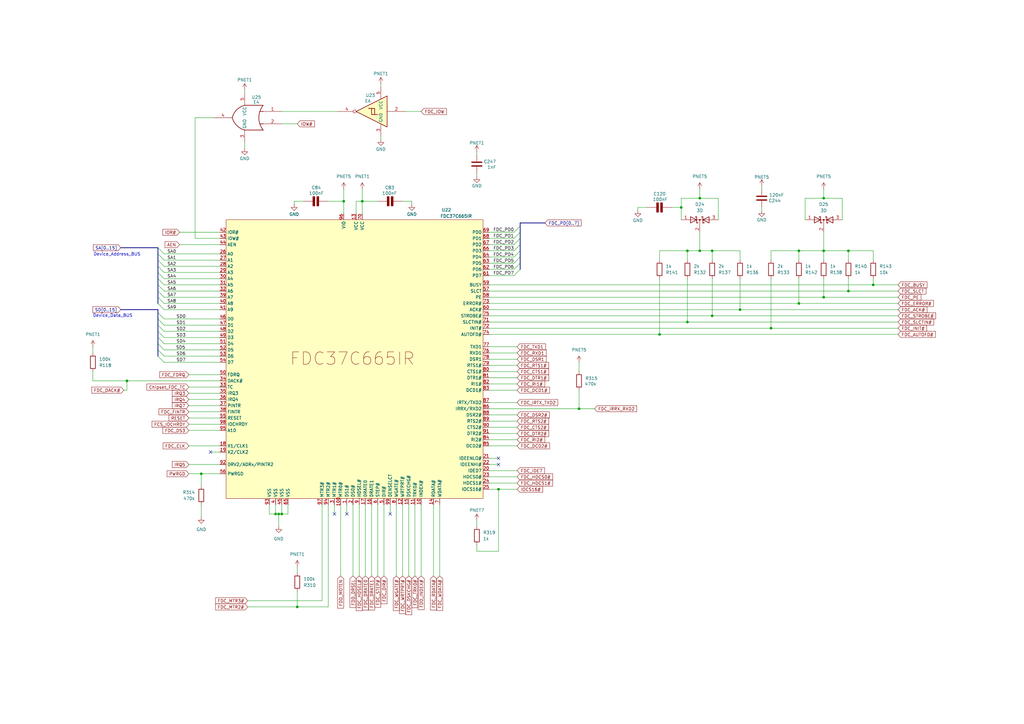
<source format=kicad_sch>
(kicad_sch (version 20250114) (generator "eeschema") (generator_version "9.0")
  (paper "A3")
  (title_block (title "PC110") (company "Recreated by: Ahmad Byagowi"))
  (lib_symbols
    (symbol "74xGxx:74AHC1G14"
      (property "Reference" "U" (at 0 3.81 0))
      (property "Value" "74AHC1G14" (at 0 -3.81 0))
      (symbol "74AHC1G14_0_1"
        (polyline (pts (xy -7.62 6.35) (xy -7.62 -6.35) (xy 5.08 0) (xy -7.62 6.35)) (stroke (width 0.254)) (fill (type background)))
      )
      (symbol "74AHC1G14_1_1"
        (polyline (pts (xy -3.81 -1.27) (xy -1.27 -1.27) (xy -1.27 1.27)) (stroke (width 0.254)))
        (polyline (pts (xy -2.54 -1.27) (xy -2.54 1.27) (xy 0 1.27)) (stroke (width 0.254)))
        (pin input line (at -15.24 0 0) (length 7.62) (name "~") (number "2"))
        (pin no_connect line (at -7.62 5.08 180) (length 5.08) (hide yes) (name "NC") (number "1"))
        (pin power_in line (at -5.08 10.16 270) (length 5.08) (name "VCC") (number "5"))
        (pin power_in line (at -5.08 -10.16 90) (length 5.08) (name "GND") (number "3"))
        (pin output inverted (at 12.7 0 180) (length 7.62) (name "~") (number "4"))
      )
    )
    (symbol "74xGxx:74AHC1G32"
      (property "Reference" "U" (at -2.54 3.81 0))
      (property "Value" "74AHC1G32" (at 0 -3.81 0))
      (symbol "74AHC1G32_0_1"
        (arc (start -7.62 5.08) (mid -5.838 0) (end -7.62 -5.08) (stroke (width 0.254)))
        (polyline (pts (xy -7.62 2.54) (xy -6.35 2.54)) (stroke (width 0.254)) (fill (type background)))
        (polyline (pts (xy -7.62 -2.54) (xy -6.35 -2.54)) (stroke (width 0.254)) (fill (type background)))
        (arc (start 5.08 0) (mid 3.202 -3.202) (end 0 -5.08) (stroke (width 0.254)))
        (arc (start 0 5.08) (mid 3.2271 3.2271) (end 5.08 0) (stroke (width 0.254)))
        (polyline (pts (xy 0 5.08) (xy -7.62 5.08)) (stroke (width 0.254)) (fill (type background)))
        (polyline (pts (xy 0 -5.08) (xy -7.62 -5.08)) (stroke (width 0.254)) (fill (type background)))
      )
      (symbol "74AHC1G32_1_1"
        (pin input line (at -15.24 2.54 0) (length 7.62) (name "~") (number "1"))
        (pin input line (at -15.24 -2.54 0) (length 7.62) (name "~") (number "2"))
        (pin power_in line (at 0 10.16 270) (length 5.08) (name "VCC") (number "5"))
        (pin power_in line (at 0 -10.16 90) (length 5.08) (name "GND") (number "3"))
        (pin output line (at 12.7 0 180) (length 7.62) (name "~") (number "4"))
      )
    )
    (symbol "Device:C" (pin_numbers (hide yes)) (pin_names (offset 0.254))
      (property "Reference" "C" (at 0.635 2.54 0))
      (property "Value" "C" (at 0.635 -2.54 0))
      (symbol "C_0_1"
        (polyline (pts (xy -2.032 0.762) (xy 2.032 0.762)) (stroke (width 0.508)))
        (polyline (pts (xy -2.032 -0.762) (xy 2.032 -0.762)) (stroke (width 0.508)))
      )
      (symbol "C_1_1"
        (pin passive line (at 0 3.81 270) (length 2.794) (name "~") (number "1"))
        (pin passive line (at 0 -3.81 90) (length 2.794) (name "~") (number "2"))
      )
    )
    (symbol "Device:D_Schottky_Dual_CommonCathode_AKA" (pin_names (offset 0.762) (hide yes))
      (property "Reference" "D" (at 1.27 -2.54 0))
      (property "Value" "D_Schottky_Dual_CommonCathode_AKA" (at 0 2.54 0))
      (symbol "D_Schottky_Dual_CommonCathode_AKA_0_1"
        (polyline (pts (xy -3.81 1.27) (xy -1.27 0) (xy -3.81 -1.27) (xy -3.81 1.27) (xy -3.81 1.27) (xy -3.81 1.27)) (stroke (width 0.254)))
        (polyline (pts (xy -1.778 1.016) (xy -1.778 1.27) (xy -1.27 1.27) (xy -1.27 1.27) (xy -1.27 1.27)) (stroke (width 0.254)))
        (polyline (pts (xy -1.27 -1.27) (xy -1.27 1.27) (xy -1.27 1.27)) (stroke (width 0.254)))
        (polyline (pts (xy -1.27 -1.27) (xy -0.762 -1.27) (xy -0.762 -1.016) (xy -0.762 -1.016)) (stroke (width 0.254)))
        (polyline (pts (xy 0 0) (xy 0 -2.54)))
        (circle (center 0 0) (radius 0.254) (fill (type outline)))
        (polyline (pts (xy 1.27 1.27) (xy 0.762 1.27) (xy 0.762 1.016) (xy 0.762 1.016)) (stroke (width 0.254)))
        (polyline (pts (xy 1.27 -1.27) (xy 1.27 1.27) (xy 1.27 1.27)) (stroke (width 0.254)))
        (polyline (pts (xy 1.27 -1.27) (xy 1.778 -1.27) (xy 1.778 -1.016) (xy 1.778 -1.016)) (stroke (width 0.254)))
        (polyline (pts (xy 3.81 0) (xy -3.81 0)))
        (polyline (pts (xy 3.81 -1.27) (xy 1.27 0) (xy 3.81 1.27) (xy 3.81 -1.27) (xy 3.81 -1.27) (xy 3.81 -1.27)) (stroke (width 0.254)))
        (pin passive line (at -7.62 0 0) (length 3.81) (name "A") (number "1"))
        (pin passive line (at 0 -5.08 90) (length 2.54) (name "K") (number "2"))
        (pin passive line (at 7.62 0 180) (length 3.81) (name "A") (number "3"))
      )
    )
    (symbol "Device:R" (pin_numbers (hide yes)) (pin_names (offset 0))
      (property "Reference" "R" (at 2.032 0 90))
      (property "Value" "R" (at 0 0 90))
      (symbol "R_0_1"
        (rectangle (start -1.016 -2.54) (end 1.016 2.54) (stroke (width 0.254)))
      )
      (symbol "R_1_1"
        (pin passive line (at 0 3.81 270) (length 1.27) (name "~") (number "1"))
        (pin passive line (at 0 -3.81 90) (length 1.27) (name "~") (number "2"))
      )
    )
    (symbol "PC110:FDC37C665IR"
      (property "Reference" "U" (at 10.414 -54.864 0))
      (symbol "FDC37C665IR_1_1"
        (rectangle (start -52.07 57.15) (end 53.34 -57.15) (fill (type color) (color 255 255 194 1)))
        (text "FDC37C665IR" (at -0.254 0.254 0) (effects (font (size 5.08 5.08))))
        (pin input line (at -54.61 52.07 0) (length 2.54) (name "IOR#") (number "42"))
        (pin input line (at -54.61 49.53 0) (length 2.54) (name "IOW#") (number "43"))
        (pin input line (at -54.61 46.99 0) (length 2.54) (name "AEN") (number "44"))
        (pin input line (at -54.61 43.18 0) (length 2.54) (name "A0") (number "26"))
        (pin input line (at -54.61 40.64 0) (length 2.54) (name "A1") (number "27"))
        (pin input line (at -54.61 38.1 0) (length 2.54) (name "A2") (number "28"))
        (pin input line (at -54.61 35.56 0) (length 2.54) (name "A3") (number "29"))
        (pin input line (at -54.61 33.02 0) (length 2.54) (name "A4") (number "30"))
        (pin input line (at -54.61 30.48 0) (length 2.54) (name "A5") (number "31"))
        (pin input line (at -54.61 27.94 0) (length 2.54) (name "A6") (number "32"))
        (pin input line (at -54.61 25.4 0) (length 2.54) (name "A7") (number "39"))
        (pin input line (at -54.61 22.86 0) (length 2.54) (name "A8") (number "40"))
        (pin input line (at -54.61 20.32 0) (length 2.54) (name "A9") (number "41"))
        (pin bidirectional line (at -54.61 16.51 0) (length 2.54) (name "D0") (number "46"))
        (pin bidirectional line (at -54.61 13.97 0) (length 2.54) (name "D1") (number "47"))
        (pin bidirectional line (at -54.61 11.43 0) (length 2.54) (name "D2") (number "48"))
        (pin bidirectional line (at -54.61 8.89 0) (length 2.54) (name "D3") (number "49"))
        (pin bidirectional line (at -54.61 6.35 0) (length 2.54) (name "D4") (number "51"))
        (pin bidirectional line (at -54.61 3.81 0) (length 2.54) (name "D5") (number "52"))
        (pin bidirectional line (at -54.61 1.27 0) (length 2.54) (name "D6") (number "53"))
        (pin bidirectional line (at -54.61 -1.27 0) (length 2.54) (name "D7") (number "54"))
        (pin output line (at -54.61 -6.35 0) (length 2.54) (name "FDRQ") (number "50"))
        (pin input line (at -54.61 -8.89 0) (length 2.54) (name "DACK#") (number "34"))
        (pin input line (at -54.61 -11.43 0) (length 2.54) (name "TC") (number "33"))
        (pin input line (at -54.61 -13.97 0) (length 2.54) (name "IRQ3") (number "35"))
        (pin input line (at -54.61 -16.51 0) (length 2.54) (name "IRQ4") (number "36"))
        (pin input line (at -54.61 -19.05 0) (length 2.54) (name "PINTR") (number "37"))
        (pin output line (at -54.61 -21.59 0) (length 2.54) (name "FINTR") (number "38"))
        (pin input line (at -54.61 -24.13 0) (length 2.54) (name "RESET") (number "55"))
        (pin input line (at -54.61 -26.67 0) (length 2.54) (name "IOCHRDY") (number "98"))
        (pin input line (at -54.61 -29.21 0) (length 2.54) (name "A10") (number "95"))
        (pin input line (at -54.61 -35.56 0) (length 2.54) (name "X1/CLK1") (number "18"))
        (pin output line (at -54.61 -38.1 0) (length 2.54) (name "X2/CLK2") (number "19"))
        (pin bidirectional line (at -54.61 -43.18 0) (length 2.54) (name "DRV2/ADRx/PINTR2") (number "92"))
        (pin input line (at -54.61 -46.99 0) (length 2.54) (name "PWRGD") (number "56"))
        (pin power_in line (at -34.29 -59.69 90) (length 2.54) (name "VSS") (number "93"))
        (pin power_in line (at -31.75 -59.69 90) (length 2.54) (name "VSS") (number "4"))
        (pin power_in line (at -29.21 -59.69 90) (length 2.54) (name "VSS") (number "45"))
        (pin power_in line (at -26.67 -59.69 90) (length 2.54) (name "VSS") (number "65"))
        (pin output line (at -12.7 -59.69 90) (length 2.54) (name "MTR3#") (number "97"))
        (pin output line (at -10.16 -59.69 90) (length 2.54) (name "MTR2#") (number "94"))
        (pin output line (at -7.62 -59.69 90) (length 2.54) (name "MTR1#") (number "3"))
        (pin output line (at -5.08 -59.69 90) (length 2.54) (name "MTR0#") (number "100"))
        (pin power_in line (at -3.81 59.69 270) (length 2.54) (name "VIO") (number "96"))
        (pin output line (at -2.54 -59.69 90) (length 2.54) (name "DS1#") (number "1"))
        (pin output line (at 0 -59.69 90) (length 2.54) (name "DS0#") (number "2"))
        (pin power_in line (at 1.27 59.69 270) (length 2.54) (name "VCC") (number "13"))
        (pin output line (at 2.54 -59.69 90) (length 2.54) (name "HDSEL#") (number "9"))
        (pin power_in line (at 3.81 59.69 270) (length 2.54) (name "VCC") (number "70"))
        (pin output line (at 5.08 -59.69 90) (length 2.54) (name "DRATE0") (number "17"))
        (pin output line (at 7.62 -59.69 90) (length 2.54) (name "DRATE1") (number "16"))
        (pin output line (at 10.16 -59.69 90) (length 2.54) (name "STEP#") (number "6"))
        (pin output line (at 12.7 -59.69 90) (length 2.54) (name "DIR#") (number "5"))
        (pin output line (at 15.24 -59.69 90) (length 2.54) (name "DENSELCT") (number "99"))
        (pin output line (at 17.78 -59.69 90) (length 2.54) (name "WGATE#") (number "8"))
        (pin input line (at 20.32 -59.69 90) (length 2.54) (name "WRTPRT#") (number "12"))
        (pin input line (at 22.86 -59.69 90) (length 2.54) (name "DSKCHG#") (number "15"))
        (pin input line (at 25.4 -59.69 90) (length 2.54) (name "TRK0#") (number "11"))
        (pin input line (at 27.94 -59.69 90) (length 2.54) (name "INDEX#") (number "10"))
        (pin input line (at 33.02 -59.69 90) (length 2.54) (name "RDATA#") (number "14"))
        (pin output line (at 35.56 -59.69 90) (length 2.54) (name "WDATA#") (number "7"))
        (pin bidirectional line (at 55.88 52.07 180) (length 2.54) (name "PD0") (number "69"))
        (pin bidirectional line (at 55.88 49.53 180) (length 2.54) (name "PD1") (number "68"))
        (pin bidirectional line (at 55.88 46.99 180) (length 2.54) (name "PD2") (number "67"))
        (pin bidirectional line (at 55.88 44.45 180) (length 2.54) (name "PD3") (number "66"))
        (pin bidirectional line (at 55.88 41.91 180) (length 2.54) (name "PD4") (number "64"))
        (pin bidirectional line (at 55.88 39.37 180) (length 2.54) (name "PD5") (number "63"))
        (pin bidirectional line (at 55.88 36.83 180) (length 2.54) (name "PD6") (number "62"))
        (pin bidirectional line (at 55.88 34.29 180) (length 2.54) (name "PD7") (number "61"))
        (pin input line (at 55.88 30.48 180) (length 2.54) (name "BUSY") (number "59"))
        (pin input line (at 55.88 27.94 180) (length 2.54) (name "SLCT") (number "57"))
        (pin input line (at 55.88 25.4 180) (length 2.54) (name "PE") (number "58"))
        (pin input line (at 55.88 22.86 180) (length 2.54) (name "ERROR#") (number "73"))
        (pin input line (at 55.88 20.32 180) (length 2.54) (name "ACK#") (number "60"))
        (pin output line (at 55.88 17.78 180) (length 2.54) (name "STROBE#") (number "75"))
        (pin output line (at 55.88 15.24 180) (length 2.54) (name "SLCTIN#") (number "71"))
        (pin output line (at 55.88 12.7 180) (length 2.54) (name "INIT#") (number "72"))
        (pin output line (at 55.88 10.16 180) (length 2.54) (name "AUTOFD#") (number "74"))
        (pin output line (at 55.88 5.08 180) (length 2.54) (name "TXD1") (number "77"))
        (pin input line (at 55.88 2.54 180) (length 2.54) (name "RXD1") (number "76"))
        (pin input line (at 55.88 0 180) (length 2.54) (name "DSR1") (number "78"))
        (pin output line (at 55.88 -2.54 180) (length 2.54) (name "RTS1#") (number "79"))
        (pin input line (at 55.88 -5.08 180) (length 2.54) (name "CTS1#") (number "80"))
        (pin output line (at 55.88 -7.62 180) (length 2.54) (name "DTR1#") (number "81"))
        (pin input line (at 55.88 -10.16 180) (length 2.54) (name "RI1#") (number "82"))
        (pin input line (at 55.88 -12.7 180) (length 2.54) (name "DCD1#") (number "83"))
        (pin output line (at 55.88 -17.78 180) (length 2.54) (name "IRTX/TXD2") (number "87"))
        (pin input line (at 55.88 -20.32 180) (length 2.54) (name "IRRX/RXD2") (number "86"))
        (pin input line (at 55.88 -22.86 180) (length 2.54) (name "DSR2#") (number "88"))
        (pin output line (at 55.88 -25.4 180) (length 2.54) (name "RTS2#") (number "89"))
        (pin input line (at 55.88 -27.94 180) (length 2.54) (name "CTS2#") (number "90"))
        (pin output line (at 55.88 -30.48 180) (length 2.54) (name "DTR2#") (number "91"))
        (pin input line (at 55.88 -33.02 180) (length 2.54) (name "RI2#") (number "84"))
        (pin input line (at 55.88 -35.56 180) (length 2.54) (name "DCD2#") (number "85"))
        (pin output line (at 55.88 -40.64 180) (length 2.54) (name "IDEENLO#") (number "21"))
        (pin output line (at 55.88 -43.18 180) (length 2.54) (name "IDEENHI#") (number "22"))
        (pin bidirectional line (at 55.88 -45.72 180) (length 2.54) (name "IDED7") (number "20"))
        (pin output line (at 55.88 -48.26 180) (length 2.54) (name "HDCS0#") (number "23"))
        (pin output line (at 55.88 -50.8 180) (length 2.54) (name "HDCS1#") (number "24"))
        (pin input line (at 55.88 -53.34 180) (length 2.54) (name "IOCS16#") (number "25"))
      )
    )
    (symbol "PCM_Elektuur:C" (pin_numbers (hide yes)) (pin_names (offset 0) (hide yes))
      (property "Reference" "C" (at 0.635 3.175 0))
      (property "Value" "C" (at 0.635 -3.175 0))
      (symbol "C_1_1"
        (rectangle (start -1.905 1.1938) (end 1.905 0.4318) (stroke (width 0.254)) (fill (type outline)))
        (rectangle (start -1.905 -0.4318) (end 1.905 -1.1938) (stroke (width 0.254)) (fill (type outline)))
        (pin passive line (at 0 5.08 270) (length 3.8862) (name "+") (number "1"))
        (pin passive line (at 0 -5.08 90) (length 3.8862) (name "-") (number "2"))
      )
      (symbol "C_1_2"
        (polyline (pts (xy -1.905 0.4318) (xy 1.905 0.4318) (xy 1.905 1.4986) (xy -1.905 1.4986) (xy -1.905 0.4318) (xy -1.8034 0.5334) (xy -1.8034 1.397) (xy 1.8034 1.397) (xy 1.8034 0.5334) (xy -1.8034 0.5334) (xy -1.905 0.4318)) (stroke (width 0.254)) (fill (type outline)))
        (polyline (pts (xy -1.905 -1.4986) (xy 1.905 -1.4986) (xy 1.905 -0.4318) (xy -1.905 -0.4318) (xy -1.905 -1.4986) (xy -1.8034 -1.397) (xy -1.8034 -0.5334) (xy 1.8034 -0.5334) (xy 1.8034 -1.397) (xy -1.8034 -1.397) (xy -1.905 -1.4986)) (stroke (width 0.254)) (fill (type outline)))
        (pin passive line (at 0 5.08 270) (length 3.5814) (name "+") (number "1"))
        (pin passive line (at 0 -5.08 90) (length 3.5814) (name "-") (number "2"))
      )
    )
    (symbol "power:GND" (power) (pin_numbers (hide yes)) (pin_names (offset 0) (hide yes))
      (property "Value" "GND" (at 0 -3.81 0))
      (symbol "GND_0_1"
        (polyline (pts (xy 0 0) (xy 0 -1.27) (xy 1.27 -1.27) (xy 0 -2.54) (xy -1.27 -1.27) (xy 0 -1.27)))
      )
      (symbol "GND_1_1"
        (pin power_in line (at 0 0 270) (length 0) (name "~") (number "1"))
      )
    )
    (symbol "power:VCC" (power) (pin_numbers (hide yes)) (pin_names (offset 0) (hide yes))
      (property "Value" "VCC" (at 0 3.556 0))
      (symbol "VCC_0_1"
        (polyline (pts (xy -0.762 1.27) (xy 0 2.54)))
        (polyline (pts (xy 0 2.54) (xy 0.762 1.27)))
        (polyline (pts (xy 0 0) (xy 0 2.54)))
      )
      (symbol "VCC_1_1"
        (pin power_in line (at 0 0 90) (length 0) (name "~") (number "1"))
      )
    )
  )
  (text "Device_Address_BUS" (at 48.006 104.394 0) (effects (font (size 1.27 1.27))))
  (text "Device_Data_BUS" (at 46.228 129.54 0) (effects (font (size 1.27 1.27))))
  (junction (at 115.57 210.82))
  (junction (at 327.66 102.87))
  (junction (at 347.98 102.87))
  (junction (at 281.94 132.08))
  (junction (at 316.23 134.62))
  (junction (at 287.02 81.28))
  (junction (at 82.55 194.31))
  (junction (at 204.47 200.66))
  (junction (at 292.1 129.54))
  (junction (at 292.1 102.87))
  (junction (at 337.82 121.92))
  (junction (at 327.66 124.46))
  (junction (at 114.3 210.82))
  (junction (at 237.49 167.64))
  (junction (at 148.59 82.55))
  (junction (at 337.82 102.87))
  (junction (at 52.07 156.21))
  (junction (at 287.02 102.87))
  (junction (at 121.92 248.92))
  (junction (at 113.03 210.82))
  (junction (at 303.53 127))
  (junction (at 140.97 82.55))
  (junction (at 281.94 102.87))
  (junction (at 279.4 85.09))
  (junction (at 337.82 81.28))
  (junction (at 347.98 119.38))
  (junction (at 358.14 116.84))
  (junction (at 270.51 137.16))
  (no_connect (at 86.36 185.42))
  (no_connect (at 204.47 190.5))
  (no_connect (at 142.24 210.82))
  (no_connect (at 137.16 210.82))
  (no_connect (at 204.47 187.96))
  (no_connect (at 160.02 210.82))
  (bus_entry (at 64.77 135.89) (size 2.54 2.54))
  (bus_entry (at 64.77 101.6) (size 2.54 2.54))
  (bus_entry (at 210.82 100.33) (size 2.54 -2.54))
  (bus_entry (at 64.77 124.46) (size 2.54 2.54))
  (bus_entry (at 64.77 106.68) (size 2.54 2.54))
  (bus_entry (at 64.77 140.97) (size 2.54 2.54))
  (bus_entry (at 64.77 116.84) (size 2.54 2.54))
  (bus_entry (at 210.82 95.25) (size 2.54 -2.54))
  (bus_entry (at 64.77 121.92) (size 2.54 2.54))
  (bus_entry (at 210.82 110.49) (size 2.54 -2.54))
  (bus_entry (at 210.82 105.41) (size 2.54 -2.54))
  (bus_entry (at 64.77 138.43) (size 2.54 2.54))
  (bus_entry (at 64.77 143.51) (size 2.54 2.54))
  (bus_entry (at 64.77 114.3) (size 2.54 2.54))
  (bus_entry (at 210.82 97.79) (size 2.54 -2.54))
  (bus_entry (at 64.77 133.35) (size 2.54 2.54))
  (bus_entry (at 64.77 104.14) (size 2.54 2.54))
  (bus_entry (at 64.77 146.05) (size 2.54 2.54))
  (bus_entry (at 64.77 119.38) (size 2.54 2.54))
  (bus_entry (at 64.77 109.22) (size 2.54 2.54))
  (bus_entry (at 210.82 113.03) (size 2.54 -2.54))
  (bus_entry (at 64.77 130.81) (size 2.54 2.54))
  (bus_entry (at 210.82 107.95) (size 2.54 -2.54))
  (bus_entry (at 210.82 102.87) (size 2.54 -2.54))
  (bus_entry (at 64.77 111.76) (size 2.54 2.54))
  (bus_entry (at 64.77 128.27) (size 2.54 2.54))
  (wire (pts (xy 237.49 160.02) (xy 237.49 167.64)))
  (wire (pts (xy 200.66 177.8) (xy 212.09 177.8)))
  (bus (pts (xy 64.77 135.89) (xy 64.77 138.43)))
  (wire (pts (xy 200.66 116.84) (xy 358.14 116.84)))
  (wire (pts (xy 100.33 60.96) (xy 100.33 58.42)))
  (wire (pts (xy 200.66 180.34) (xy 212.09 180.34)))
  (wire (pts (xy 358.14 102.87) (xy 358.14 106.68)))
  (wire (pts (xy 200.66 193.04) (xy 212.09 193.04)))
  (bus (pts (xy 64.77 128.27) (xy 64.77 130.81)))
  (wire (pts (xy 200.66 198.12) (xy 212.09 198.12)))
  (bus (pts (xy 64.77 114.3) (xy 64.77 111.76)))
  (bus (pts (xy 64.77 124.46) (xy 64.77 121.92)))
  (wire (pts (xy 168.91 83.82) (xy 168.91 82.55)))
  (wire (pts (xy 200.66 154.94) (xy 212.09 154.94)))
  (wire (pts (xy 77.47 161.29) (xy 90.17 161.29)))
  (wire (pts (xy 200.66 190.5) (xy 204.47 190.5)))
  (wire (pts (xy 121.92 242.57) (xy 121.92 248.92)))
  (wire (pts (xy 67.31 106.68) (xy 90.17 106.68)))
  (wire (pts (xy 67.31 109.22) (xy 90.17 109.22)))
  (wire (pts (xy 294.64 81.28) (xy 287.02 81.28)))
  (wire (pts (xy 67.31 138.43) (xy 90.17 138.43)))
  (wire (pts (xy 330.2 81.28) (xy 330.2 90.17)))
  (wire (pts (xy 77.47 190.5) (xy 90.17 190.5)))
  (bus (pts (xy 64.77 111.76) (xy 64.77 109.22)))
  (wire (pts (xy 147.32 207.01) (xy 147.32 236.22)))
  (wire (pts (xy 67.31 114.3) (xy 90.17 114.3)))
  (bus (pts (xy 64.77 121.92) (xy 64.77 119.38)))
  (bus (pts (xy 64.77 138.43) (xy 64.77 140.97)))
  (wire (pts (xy 110.49 210.82) (xy 110.49 207.01)))
  (wire (pts (xy 287.02 95.25) (xy 287.02 102.87)))
  (wire (pts (xy 67.31 130.81) (xy 90.17 130.81)))
  (wire (pts (xy 337.82 121.92) (xy 368.3 121.92)))
  (wire (pts (xy 200.66 175.26) (xy 212.09 175.26)))
  (wire (pts (xy 114.3 210.82) (xy 114.3 215.9)))
  (wire (pts (xy 77.47 173.99) (xy 90.17 173.99)))
  (wire (pts (xy 77.47 171.45) (xy 90.17 171.45)))
  (bus (pts (xy 64.77 140.97) (xy 64.77 143.51)))
  (wire (pts (xy 200.66 142.24) (xy 212.09 142.24)))
  (wire (pts (xy 337.82 81.28) (xy 330.2 81.28)))
  (wire (pts (xy 303.53 114.3) (xy 303.53 127)))
  (wire (pts (xy 261.62 86.36) (xy 261.62 85.09)))
  (wire (pts (xy 118.11 210.82) (xy 115.57 210.82)))
  (wire (pts (xy 132.08 207.01) (xy 132.08 246.38)))
  (wire (pts (xy 200.66 100.33) (xy 210.82 100.33)))
  (wire (pts (xy 67.31 124.46) (xy 90.17 124.46)))
  (wire (pts (xy 279.4 85.09) (xy 279.4 90.17)))
  (wire (pts (xy 167.64 207.01) (xy 167.64 236.22)))
  (wire (pts (xy 237.49 167.64) (xy 243.84 167.64)))
  (wire (pts (xy 316.23 102.87) (xy 327.66 102.87)))
  (wire (pts (xy 200.66 147.32) (xy 212.09 147.32)))
  (wire (pts (xy 292.1 114.3) (xy 292.1 129.54)))
  (wire (pts (xy 120.65 83.82) (xy 120.65 82.55)))
  (wire (pts (xy 337.82 77.47) (xy 337.82 81.28)))
  (wire (pts (xy 148.59 77.47) (xy 148.59 82.55)))
  (wire (pts (xy 67.31 116.84) (xy 90.17 116.84)))
  (wire (pts (xy 115.57 50.8) (xy 121.92 50.8)))
  (wire (pts (xy 347.98 114.3) (xy 347.98 119.38)))
  (wire (pts (xy 345.44 90.17) (xy 345.44 81.28)))
  (bus (pts (xy 213.36 102.87) (xy 213.36 100.33)))
  (wire (pts (xy 77.47 194.31) (xy 82.55 194.31)))
  (wire (pts (xy 261.62 85.09) (xy 265.43 85.09)))
  (wire (pts (xy 67.31 143.51) (xy 90.17 143.51)))
  (wire (pts (xy 337.82 102.87) (xy 347.98 102.87)))
  (wire (pts (xy 200.66 167.64) (xy 237.49 167.64)))
  (wire (pts (xy 140.97 77.47) (xy 140.97 82.55)))
  (bus (pts (xy 213.36 92.71) (xy 213.36 91.44)))
  (wire (pts (xy 281.94 114.3) (xy 281.94 132.08)))
  (wire (pts (xy 142.24 207.01) (xy 142.24 210.82)))
  (wire (pts (xy 67.31 104.14) (xy 90.17 104.14)))
  (wire (pts (xy 200.66 172.72) (xy 212.09 172.72)))
  (wire (pts (xy 166.37 45.72) (xy 172.72 45.72)))
  (wire (pts (xy 347.98 119.38) (xy 368.3 119.38)))
  (wire (pts (xy 200.66 97.79) (xy 210.82 97.79)))
  (bus (pts (xy 64.77 109.22) (xy 64.77 106.68)))
  (wire (pts (xy 200.66 134.62) (xy 316.23 134.62)))
  (wire (pts (xy 200.66 124.46) (xy 327.66 124.46)))
  (wire (pts (xy 358.14 114.3) (xy 358.14 116.84)))
  (wire (pts (xy 287.02 81.28) (xy 279.4 81.28)))
  (wire (pts (xy 101.6 246.38) (xy 132.08 246.38)))
  (bus (pts (xy 213.36 91.44) (xy 223.52 91.44)))
  (wire (pts (xy 327.66 102.87) (xy 327.66 106.68)))
  (wire (pts (xy 38.1 142.24) (xy 38.1 144.78)))
  (wire (pts (xy 270.51 102.87) (xy 281.94 102.87)))
  (wire (pts (xy 200.66 129.54) (xy 292.1 129.54)))
  (bus (pts (xy 64.77 127) (xy 64.77 128.27)))
  (wire (pts (xy 134.62 207.01) (xy 134.62 248.92)))
  (wire (pts (xy 281.94 102.87) (xy 281.94 106.68)))
  (wire (pts (xy 67.31 121.92) (xy 90.17 121.92)))
  (wire (pts (xy 77.47 163.83) (xy 90.17 163.83)))
  (wire (pts (xy 200.66 170.18) (xy 212.09 170.18)))
  (wire (pts (xy 200.66 95.25) (xy 210.82 95.25)))
  (wire (pts (xy 156.21 57.15) (xy 156.21 55.88)))
  (wire (pts (xy 50.8 160.02) (xy 52.07 160.02)))
  (wire (pts (xy 38.1 156.21) (xy 52.07 156.21)))
  (wire (pts (xy 195.58 62.23) (xy 195.58 63.5)))
  (wire (pts (xy 67.31 135.89) (xy 90.17 135.89)))
  (wire (pts (xy 67.31 140.97) (xy 90.17 140.97)))
  (wire (pts (xy 67.31 146.05) (xy 90.17 146.05)))
  (bus (pts (xy 64.77 143.51) (xy 64.77 146.05)))
  (wire (pts (xy 149.86 207.01) (xy 149.86 236.22)))
  (bus (pts (xy 64.77 130.81) (xy 64.77 133.35)))
  (wire (pts (xy 316.23 106.68) (xy 316.23 102.87)))
  (wire (pts (xy 156.21 34.29) (xy 156.21 35.56)))
  (wire (pts (xy 200.66 110.49) (xy 210.82 110.49)))
  (bus (pts (xy 213.36 107.95) (xy 213.36 105.41)))
  (wire (pts (xy 270.51 106.68) (xy 270.51 102.87)))
  (wire (pts (xy 115.57 210.82) (xy 114.3 210.82)))
  (wire (pts (xy 200.66 127) (xy 303.53 127)))
  (wire (pts (xy 237.49 148.59) (xy 237.49 152.4)))
  (wire (pts (xy 82.55 194.31) (xy 82.55 199.39)))
  (bus (pts (xy 64.77 116.84) (xy 64.77 114.3)))
  (wire (pts (xy 345.44 81.28) (xy 337.82 81.28)))
  (wire (pts (xy 118.11 207.01) (xy 118.11 210.82)))
  (wire (pts (xy 200.66 152.4) (xy 212.09 152.4)))
  (wire (pts (xy 270.51 114.3) (xy 270.51 137.16)))
  (wire (pts (xy 195.58 72.39) (xy 195.58 71.12)))
  (wire (pts (xy 140.97 82.55) (xy 140.97 87.63)))
  (wire (pts (xy 67.31 127) (xy 90.17 127)))
  (wire (pts (xy 200.66 200.66) (xy 204.47 200.66)))
  (wire (pts (xy 200.66 132.08) (xy 281.94 132.08)))
  (wire (pts (xy 77.47 158.75) (xy 90.17 158.75)))
  (wire (pts (xy 200.66 102.87) (xy 210.82 102.87)))
  (wire (pts (xy 38.1 152.4) (xy 38.1 156.21)))
  (wire (pts (xy 160.02 207.01) (xy 160.02 210.82)))
  (wire (pts (xy 327.66 124.46) (xy 368.3 124.46)))
  (wire (pts (xy 200.66 137.16) (xy 270.51 137.16)))
  (wire (pts (xy 73.66 95.25) (xy 90.17 95.25)))
  (wire (pts (xy 204.47 200.66) (xy 212.09 200.66)))
  (wire (pts (xy 82.55 212.09) (xy 82.55 207.01)))
  (wire (pts (xy 148.59 82.55) (xy 154.94 82.55)))
  (wire (pts (xy 337.82 114.3) (xy 337.82 121.92)))
  (wire (pts (xy 200.66 121.92) (xy 337.82 121.92)))
  (wire (pts (xy 200.66 195.58) (xy 212.09 195.58)))
  (wire (pts (xy 80.01 48.26) (xy 87.63 48.26)))
  (wire (pts (xy 200.66 105.41) (xy 210.82 105.41)))
  (wire (pts (xy 77.47 153.67) (xy 90.17 153.67)))
  (wire (pts (xy 80.01 97.79) (xy 90.17 97.79)))
  (wire (pts (xy 281.94 132.08) (xy 368.3 132.08)))
  (bus (pts (xy 64.77 133.35) (xy 64.77 135.89)))
  (wire (pts (xy 120.65 82.55) (xy 124.46 82.55)))
  (wire (pts (xy 347.98 102.87) (xy 347.98 106.68)))
  (wire (pts (xy 77.47 166.37) (xy 90.17 166.37)))
  (wire (pts (xy 101.6 248.92) (xy 121.92 248.92)))
  (bus (pts (xy 213.36 110.49) (xy 213.36 107.95)))
  (wire (pts (xy 86.36 185.42) (xy 90.17 185.42)))
  (wire (pts (xy 316.23 114.3) (xy 316.23 134.62)))
  (bus (pts (xy 213.36 105.41) (xy 213.36 102.87)))
  (wire (pts (xy 316.23 134.62) (xy 368.3 134.62)))
  (wire (pts (xy 292.1 102.87) (xy 292.1 106.68)))
  (bus (pts (xy 213.36 95.25) (xy 213.36 92.71)))
  (wire (pts (xy 200.66 182.88) (xy 212.09 182.88)))
  (wire (pts (xy 200.66 107.95) (xy 210.82 107.95)))
  (bus (pts (xy 64.77 104.14) (xy 64.77 101.6)))
  (bus (pts (xy 213.36 97.79) (xy 213.36 95.25)))
  (wire (pts (xy 152.4 207.01) (xy 152.4 236.22)))
  (wire (pts (xy 327.66 102.87) (xy 337.82 102.87)))
  (wire (pts (xy 115.57 45.72) (xy 138.43 45.72)))
  (wire (pts (xy 162.56 207.01) (xy 162.56 236.22)))
  (wire (pts (xy 172.72 207.01) (xy 172.72 236.22)))
  (wire (pts (xy 347.98 102.87) (xy 358.14 102.87)))
  (wire (pts (xy 200.66 160.02) (xy 212.09 160.02)))
  (wire (pts (xy 281.94 102.87) (xy 287.02 102.87)))
  (wire (pts (xy 292.1 102.87) (xy 303.53 102.87)))
  (wire (pts (xy 73.66 100.33) (xy 90.17 100.33)))
  (wire (pts (xy 67.31 133.35) (xy 90.17 133.35)))
  (wire (pts (xy 80.01 48.26) (xy 80.01 97.79)))
  (bus (pts (xy 213.36 100.33) (xy 213.36 97.79)))
  (wire (pts (xy 170.18 207.01) (xy 170.18 236.22)))
  (wire (pts (xy 121.92 232.41) (xy 121.92 234.95)))
  (wire (pts (xy 137.16 207.01) (xy 137.16 210.82)))
  (wire (pts (xy 200.66 157.48) (xy 212.09 157.48)))
  (wire (pts (xy 287.02 102.87) (xy 292.1 102.87)))
  (wire (pts (xy 195.58 226.06) (xy 204.47 226.06)))
  (wire (pts (xy 67.31 148.59) (xy 90.17 148.59)))
  (wire (pts (xy 337.82 102.87) (xy 337.82 106.68)))
  (wire (pts (xy 114.3 210.82) (xy 113.03 210.82)))
  (wire (pts (xy 312.42 86.36) (xy 312.42 85.09)))
  (wire (pts (xy 52.07 156.21) (xy 90.17 156.21)))
  (wire (pts (xy 195.58 223.52) (xy 195.58 226.06)))
  (bus (pts (xy 49.53 101.6) (xy 64.77 101.6)))
  (wire (pts (xy 77.47 176.53) (xy 90.17 176.53)))
  (wire (pts (xy 270.51 137.16) (xy 368.3 137.16)))
  (wire (pts (xy 200.66 165.1) (xy 212.09 165.1)))
  (wire (pts (xy 157.48 207.01) (xy 157.48 236.22)))
  (wire (pts (xy 134.62 82.55) (xy 140.97 82.55)))
  (wire (pts (xy 294.64 90.17) (xy 294.64 81.28)))
  (wire (pts (xy 144.78 207.01) (xy 144.78 236.22)))
  (wire (pts (xy 146.05 82.55) (xy 148.59 82.55)))
  (wire (pts (xy 52.07 160.02) (xy 52.07 156.21)))
  (wire (pts (xy 146.05 87.63) (xy 146.05 82.55)))
  (wire (pts (xy 67.31 119.38) (xy 90.17 119.38)))
  (wire (pts (xy 200.66 187.96) (xy 204.47 187.96)))
  (wire (pts (xy 148.59 82.55) (xy 148.59 87.63)))
  (wire (pts (xy 275.59 85.09) (xy 279.4 85.09)))
  (wire (pts (xy 292.1 129.54) (xy 368.3 129.54)))
  (wire (pts (xy 312.42 76.2) (xy 312.42 77.47)))
  (wire (pts (xy 139.7 207.01) (xy 139.7 236.22)))
  (wire (pts (xy 165.1 82.55) (xy 168.91 82.55)))
  (wire (pts (xy 77.47 168.91) (xy 90.17 168.91)))
  (wire (pts (xy 165.1 207.01) (xy 165.1 236.22)))
  (wire (pts (xy 113.03 210.82) (xy 110.49 210.82)))
  (wire (pts (xy 200.66 144.78) (xy 212.09 144.78)))
  (bus (pts (xy 64.77 119.38) (xy 64.77 116.84)))
  (wire (pts (xy 200.66 113.03) (xy 210.82 113.03)))
  (wire (pts (xy 100.33 36.83) (xy 100.33 38.1)))
  (bus (pts (xy 64.77 106.68) (xy 64.77 104.14)))
  (wire (pts (xy 154.94 207.01) (xy 154.94 236.22)))
  (wire (pts (xy 279.4 81.28) (xy 279.4 85.09)))
  (wire (pts (xy 180.34 207.01) (xy 180.34 236.22)))
  (wire (pts (xy 204.47 226.06) (xy 204.47 200.66)))
  (wire (pts (xy 121.92 248.92) (xy 134.62 248.92)))
  (wire (pts (xy 337.82 95.25) (xy 337.82 102.87)))
  (wire (pts (xy 177.8 207.01) (xy 177.8 236.22)))
  (wire (pts (xy 200.66 119.38) (xy 347.98 119.38)))
  (wire (pts (xy 82.55 194.31) (xy 90.17 194.31)))
  (wire (pts (xy 195.58 213.36) (xy 195.58 215.9)))
  (wire (pts (xy 303.53 102.87) (xy 303.53 106.68)))
  (wire (pts (xy 115.57 207.01) (xy 115.57 210.82)))
  (wire (pts (xy 358.14 116.84) (xy 368.3 116.84)))
  (wire (pts (xy 200.66 149.86) (xy 212.09 149.86)))
  (bus (pts (xy 49.53 127) (xy 64.77 127)))
  (wire (pts (xy 287.02 77.47) (xy 287.02 81.28)))
  (wire (pts (xy 303.53 127) (xy 368.3 127)))
  (wire (pts (xy 113.03 207.01) (xy 113.03 210.82)))
  (wire (pts (xy 67.31 111.76) (xy 90.17 111.76)))
  (wire (pts (xy 77.47 182.88) (xy 90.17 182.88)))
  (wire (pts (xy 327.66 114.3) (xy 327.66 124.46)))
  (label "FDC_PD1" (at 210.82 97.79 180))
  (label "SA8" (at 68.58 124.46 0))
  (label "SD2" (at 76.2 135.89 180))
  (label "SD0" (at 76.2 130.81 180))
  (label "SA4" (at 68.58 114.3 0))
  (label "FDC_PD4" (at 210.82 105.41 180))
  (label "FDC_PD6" (at 210.82 110.49 180))
  (label "SD7" (at 76.2 148.59 180))
  (label "SD4" (at 76.2 140.97 180))
  (label "FDC_PD3" (at 210.82 102.87 180))
  (label "SD5" (at 76.0351 143.51 180))
  (label "SD1" (at 76.2 133.35 180))
  (label "SD3" (at 76.2 138.43 180))
  (label "SA3" (at 68.58 111.76 0))
  (label "FDC_PD7" (at 210.82 113.03 180))
  (label "SA9" (at 68.58 127 0))
  (label "SA2" (at 68.58 109.22 0))
  (label "FDC_PD5" (at 210.82 107.95 180))
  (label "SD6" (at 76.2 146.05 180))
  (label "SA0" (at 68.58 104.14 0))
  (label "FDC_PD2" (at 210.82 100.33 180))
  (label "SA1" (at 68.58 106.68 0))
  (label "SA7" (at 68.58 121.92 0))
  (label "SA5" (at 68.58 116.84 0))
  (label "FDC_PD0" (at 210.82 95.25 180))
  (label "SA6" (at 68.58 119.38 0))
  (global_label "FDC_WGATE#" (shape input) (at 162.56 236.22 270) (property "Intersheetrefs" "${INTERSHEET_REFS}" (effects (hide yes))))
  (global_label "FDC_DIR#" (shape input) (at 157.48 236.22 270) (property "Intersheetrefs" "${INTERSHEET_REFS}" (effects (hide yes))))
  (global_label "FDC_WDATA#" (shape input) (at 180.34 236.22 270) (property "Intersheetrefs" "${INTERSHEET_REFS}" (effects (hide yes))))
  (global_label "FDC_DS3" (shape input) (at 77.47 176.53 180) (property "Intersheetrefs" "${INTERSHEET_REFS}" (effects (hide yes))))
  (global_label "FDC_AUTOFD#" (shape input) (at 368.3 137.16 0) (property "Intersheetrefs" "${INTERSHEET_REFS}" (effects (hide yes))))
  (global_label "FDD_DRSEL" (shape input) (at 144.78 236.22 270) (property "Intersheetrefs" "${INTERSHEET_REFS}" (effects (hide yes))))
  (global_label "IOCS16#" (shape input) (at 212.09 200.66 0) (property "Intersheetrefs" "${INTERSHEET_REFS}" (effects (hide yes))))
  (global_label "FDC_STROBE#" (shape input) (at 368.3 129.54 0) (property "Intersheetrefs" "${INTERSHEET_REFS}" (effects (hide yes))))
  (global_label "FDC_WRTPRT#" (shape input) (at 165.1 236.22 270) (property "Intersheetrefs" "${INTERSHEET_REFS}" (effects (hide yes))))
  (global_label "FDC_RTS1#" (shape input) (at 212.09 149.86 0) (property "Intersheetrefs" "${INTERSHEET_REFS}" (effects (hide yes))))
  (global_label "FDC_TXD1" (shape input) (at 212.09 142.24 0) (property "Intersheetrefs" "${INTERSHEET_REFS}" (effects (hide yes))))
  (global_label "FDC_SLCT" (shape input) (at 368.3 119.38 0) (property "Intersheetrefs" "${INTERSHEET_REFS}" (effects (hide yes))))
  (global_label "SA[0..15]" (shape input) (at 49.53 101.6 180) (property "Intersheetrefs" "${INTERSHEET_REFS}" (effects (hide yes))))
  (global_label "FDC_IOW" (shape input) (at 172.72 45.72 0) (property "Intersheetrefs" "${INTERSHEET_REFS}" (effects (hide yes))))
  (global_label "IRQ4" (shape input) (at 77.47 163.83 180) (property "Intersheetrefs" "${INTERSHEET_REFS}" (effects (hide yes))))
  (global_label "RESET" (shape input) (at 77.47 171.45 180) (property "Intersheetrefs" "${INTERSHEET_REFS}" (effects (hide yes))))
  (global_label "IRQ7" (shape input) (at 77.47 166.37 180) (property "Intersheetrefs" "${INTERSHEET_REFS}" (effects (hide yes))))
  (global_label "FDD_MOTEN" (shape input) (at 139.7 236.22 270) (property "Intersheetrefs" "${INTERSHEET_REFS}" (effects (hide yes))))
  (global_label "FDC_DCD1#" (shape input) (at 212.09 160.02 0) (property "Intersheetrefs" "${INTERSHEET_REFS}" (effects (hide yes))))
  (global_label "FDC_MTR2#" (shape input) (at 101.6 248.92 180) (property "Intersheetrefs" "${INTERSHEET_REFS}" (effects (hide yes))))
  (global_label "IOR#" (shape input) (at 73.66 95.25 180) (property "Intersheetrefs" "${INTERSHEET_REFS}" (effects (hide yes))))
  (global_label "FDC_IRRX_RXD2" (shape input) (at 243.84 167.64 0) (property "Intersheetrefs" "${INTERSHEET_REFS}" (effects (hide yes))))
  (global_label "FDC_CTS2#" (shape input) (at 212.09 175.26 0) (property "Intersheetrefs" "${INTERSHEET_REFS}" (effects (hide yes))))
  (global_label "FDC_FDRQ" (shape input) (at 77.47 153.67 180) (property "Intersheetrefs" "${INTERSHEET_REFS}" (effects (hide yes))))
  (global_label "FDC_CTS1#" (shape input) (at 212.09 152.4 0) (property "Intersheetrefs" "${INTERSHEET_REFS}" (effects (hide yes))))
  (global_label "FDC_STEP#" (shape input) (at 154.94 236.22 270) (property "Intersheetrefs" "${INTERSHEET_REFS}" (effects (hide yes))))
  (global_label "FDC_RTS2#" (shape input) (at 212.09 172.72 0) (property "Intersheetrefs" "${INTERSHEET_REFS}" (effects (hide yes))))
  (global_label "FDC_PE" (shape input) (at 368.3 121.92 0) (property "Intersheetrefs" "${INTERSHEET_REFS}" (effects (hide yes))))
  (global_label "FDC_FINTR" (shape input) (at 77.47 168.91 180) (property "Intersheetrefs" "${INTERSHEET_REFS}" (effects (hide yes))))
  (global_label "SD[0..15]" (shape input) (at 49.53 127 180) (property "Intersheetrefs" "${INTERSHEET_REFS}" (effects (hide yes))))
  (global_label "FDC_DSKCHG#" (shape input) (at 167.64 236.22 270) (property "Intersheetrefs" "${INTERSHEET_REFS}" (effects (hide yes))))
  (global_label "FDC_RI1#" (shape input) (at 212.09 157.48 0) (property "Intersheetrefs" "${INTERSHEET_REFS}" (effects (hide yes))))
  (global_label "Chipset_FDC_TC" (shape input) (at 77.47 158.75 180) (property "Intersheetrefs" "${INTERSHEET_REFS}" (effects (hide yes))))
  (global_label "FCS_IOCHRDY" (shape input) (at 77.47 173.99 180) (property "Intersheetrefs" "${INTERSHEET_REFS}" (effects (hide yes))))
  (global_label "FDC_ERROR#" (shape input) (at 368.3 124.46 0) (property "Intersheetrefs" "${INTERSHEET_REFS}" (effects (hide yes))))
  (global_label "FDC_DCD2#" (shape input) (at 212.09 182.88 0) (property "Intersheetrefs" "${INTERSHEET_REFS}" (effects (hide yes))))
  (global_label "PWRGD" (shape input) (at 77.47 194.31 180) (property "Intersheetrefs" "${INTERSHEET_REFS}" (effects (hide yes))))
  (global_label "FDC_PD[0..7]" (shape input) (at 223.52 91.44 0) (property "Intersheetrefs" "${INTERSHEET_REFS}" (effects (hide yes))))
  (global_label "FDC_CLK" (shape input) (at 77.47 182.88 180) (property "Intersheetrefs" "${INTERSHEET_REFS}" (effects (hide yes))))
  (global_label "FDC_ACK#" (shape input) (at 368.3 127 0) (property "Intersheetrefs" "${INTERSHEET_REFS}" (effects (hide yes))))
  (global_label "FDC_DTR1#" (shape input) (at 212.09 154.94 0) (property "Intersheetrefs" "${INTERSHEET_REFS}" (effects (hide yes))))
  (global_label "FDC_SLCTIN#" (shape input) (at 368.3 132.08 0) (property "Intersheetrefs" "${INTERSHEET_REFS}" (effects (hide yes))))
  (global_label "FDC_DRATE0" (shape input) (at 149.86 236.22 270) (property "Intersheetrefs" "${INTERSHEET_REFS}" (effects (hide yes))))
  (global_label "FDC_RXD1" (shape input) (at 212.09 144.78 0) (property "Intersheetrefs" "${INTERSHEET_REFS}" (effects (hide yes))))
  (global_label "FDC_BUSY" (shape input) (at 368.3 116.84 0) (property "Intersheetrefs" "${INTERSHEET_REFS}" (effects (hide yes))))
  (global_label "FDC_RI2#" (shape input) (at 212.09 180.34 0) (property "Intersheetrefs" "${INTERSHEET_REFS}" (effects (hide yes))))
  (global_label "FDC_DRATE1" (shape input) (at 152.4 236.22 270) (property "Intersheetrefs" "${INTERSHEET_REFS}" (effects (hide yes))))
  (global_label "FDC_HDCS0#" (shape input) (at 212.09 195.58 0) (property "Intersheetrefs" "${INTERSHEET_REFS}" (effects (hide yes))))
  (global_label "FDC_MTR3#" (shape input) (at 101.6 246.38 180) (property "Intersheetrefs" "${INTERSHEET_REFS}" (effects (hide yes))))
  (global_label "FDC_IDE7" (shape input) (at 212.09 193.04 0) (property "Intersheetrefs" "${INTERSHEET_REFS}" (effects (hide yes))))
  (global_label "AEN" (shape input) (at 73.66 100.33 180) (property "Intersheetrefs" "${INTERSHEET_REFS}" (effects (hide yes))))
  (global_label "FDC_HDCS1#" (shape input) (at 212.09 198.12 0) (property "Intersheetrefs" "${INTERSHEET_REFS}" (effects (hide yes))))
  (global_label "FDC_IRTX_TXD2" (shape input) (at 212.09 165.1 0) (property "Intersheetrefs" "${INTERSHEET_REFS}" (effects (hide yes))))
  (global_label "FDC_DSR2#" (shape input) (at 212.09 170.18 0) (property "Intersheetrefs" "${INTERSHEET_REFS}" (effects (hide yes))))
  (global_label "FDD_INDEX#" (shape input) (at 172.72 236.22 270) (property "Intersheetrefs" "${INTERSHEET_REFS}" (effects (hide yes))))
  (global_label "FDC_HDSEL#" (shape input) (at 147.32 236.22 270) (property "Intersheetrefs" "${INTERSHEET_REFS}" (effects (hide yes))))
  (global_label "IRQ5" (shape input) (at 77.47 190.5 180) (property "Intersheetrefs" "${INTERSHEET_REFS}" (effects (hide yes))))
  (global_label "IOW#" (shape input) (at 121.92 50.8 0) (property "Intersheetrefs" "${INTERSHEET_REFS}" (effects (hide yes))))
  (global_label "FDC_DTR2#" (shape input) (at 212.09 177.8 0) (property "Intersheetrefs" "${INTERSHEET_REFS}" (effects (hide yes))))
  (global_label "IRQ3" (shape input) (at 77.47 161.29 180) (property "Intersheetrefs" "${INTERSHEET_REFS}" (effects (hide yes))))
  (global_label "FDC_RDATA#" (shape input) (at 177.8 236.22 270) (property "Intersheetrefs" "${INTERSHEET_REFS}" (effects (hide yes))))
  (global_label "FDC_DACK#" (shape input) (at 50.8 160.02 180) (property "Intersheetrefs" "${INTERSHEET_REFS}" (effects (hide yes))))
  (global_label "FDC_TRK0#" (shape input) (at 170.18 236.22 270) (property "Intersheetrefs" "${INTERSHEET_REFS}" (effects (hide yes))))
  (global_label "FDC_INIT#" (shape input) (at 368.3 134.62 0) (property "Intersheetrefs" "${INTERSHEET_REFS}" (effects (hide yes))))
  (global_label "FDC_DSR1" (shape input) (at 212.09 147.32 0) (property "Intersheetrefs" "${INTERSHEET_REFS}" (effects (hide yes))))
  (symbol (lib_id "74xGxx:74AHC1G32") (at 100.33 48.26 0) (mirror y) (unit 1)
    (property "Reference" "U25" (at 105.156 39.878 0))
    (property "Value" "E4" (at 105.156 41.91 0))
    (property "Footprint" "PC110:SOT-353" (effects (hide yes)))
  )
  (symbol (lib_id "Device:R") (at 38.1 148.59 0) (mirror x) (unit 1)
    (property "Reference" "R118" (at 40.64 149.8601 0) (effects (justify left)))
    (property "Value" "100k" (at 40.64 147.3201 0) (effects (justify left)))
    (property "Footprint" "PCM_Resistor_SMD_AKL:R_0402_1005Metric" (effects (hide yes)))
  )
  (symbol (lib_id "Device:R") (at 121.92 238.76 0) (mirror x) (unit 1)
    (property "Reference" "R310" (at 124.46 240.0301 0) (effects (justify left)))
    (property "Value" "100k" (at 124.46 237.4901 0) (effects (justify left)))
    (property "Footprint" "Resistor_SMD:R_0402_1005Metric" (effects (hide yes)))
  )
  (symbol (lib_id "Device:R") (at 337.82 110.49 0) (mirror x) (unit 1)
    (property "Reference" "R138" (at 340.36 111.7601 0) (effects (justify left)))
    (property "Value" "1k" (at 340.36 109.2201 0) (effects (justify left)))
    (property "Footprint" "PCM_Resistor_SMD_AKL:R_0402_1005Metric" (effects (hide yes)))
  )
  (symbol (lib_id "Device:R") (at 358.14 110.49 0) (unit 1)
    (property "Reference" "R143" (at 360.68 109.2199 0) (effects (justify left)))
    (property "Value" "10k" (at 360.68 111.7599 0) (effects (justify left)))
    (property "Footprint" "PCM_Resistor_SMD_AKL:R_0402_1005Metric" (effects (hide yes)))
  )
  (symbol (lib_id "Device:D_Schottky_Dual_CommonCathode_AKA") (at 337.82 90.17 0) (unit 1)
    (property "Reference" "D25" (at 337.82 83.82 0))
    (property "Value" "3D" (at 337.82 86.36 0))
    (property "Footprint" "PC110:3D" (effects (hide yes)))
  )
  (symbol (lib_id "power:GND") (at 82.55 212.09 0) (unit 1)
    (property "Reference" "#PWR0683" (effects (hide yes)))
    (property "Value" "GND" (at 82.55 217.17 0))
    (property "Description" "Power symbol creates a global label with name \"GND\" , ground" (effects (hide yes)))
  )
  (symbol (lib_id "Device:R") (at 237.49 156.21 0) (mirror x) (unit 1)
    (property "Reference" "R315" (at 240.03 155.194 0) (effects (justify left)))
    (property "Value" "470k" (at 239.776 157.48 0) (effects (justify left)))
    (property "Footprint" "Resistor_SMD:R_0402_1005Metric" (effects (hide yes)))
  )
  (symbol (lib_id "Device:D_Schottky_Dual_CommonCathode_AKA") (at 287.02 90.17 0) (unit 1)
    (property "Reference" "D24" (at 287.02 83.82 0))
    (property "Value" "3D" (at 287.02 86.36 0))
    (property "Footprint" "PC110:3D" (effects (hide yes)))
  )
  (symbol (lib_id "power:VCC") (at 287.02 77.47 0) (unit 1)
    (property "Reference" "#PWR0226" (effects (hide yes)))
    (property "Value" "PNET5" (at 287.02 72.39 0))
    (property "Description" "Power symbol creates a global label with name \"VCC\"" (effects (hide yes)))
  )
  (symbol (lib_id "power:VCC") (at 195.58 62.23 0) (unit 1)
    (property "Reference" "#PWR0684" (effects (hide yes)))
    (property "Value" "PNET1" (at 195.58 58.674 0))
    (property "Description" "Power symbol creates a global label with name \"VCC\"" (effects (hide yes)))
  )
  (symbol (lib_id "Device:R") (at 327.66 110.49 0) (mirror x) (unit 1)
    (property "Reference" "R142" (at 330.2 111.7601 0) (effects (justify left)))
    (property "Value" "1k" (at 330.2 109.2201 0) (effects (justify left)))
    (property "Footprint" "PCM_Resistor_SMD_AKL:R_0402_1005Metric" (effects (hide yes)))
  )
  (symbol (lib_id "Device:R") (at 292.1 110.49 0) (mirror x) (unit 1)
    (property "Reference" "R137" (at 294.64 111.7601 0) (effects (justify left)))
    (property "Value" "2k" (at 294.64 109.2201 0) (effects (justify left)))
    (property "Footprint" "PCM_Resistor_SMD_AKL:R_0402_1005Metric" (effects (hide yes)))
  )
  (symbol (lib_id "power:VCC") (at 121.92 232.41 0) (unit 1)
    (property "Reference" "#PWR0231" (effects (hide yes)))
    (property "Value" "PNET1" (at 121.92 227.33 0))
    (property "Description" "Power symbol creates a global label with name \"VCC\"" (effects (hide yes)))
  )
  (symbol (lib_id "power:GND") (at 195.58 72.39 0) (unit 1)
    (property "Reference" "#PWR0685" (effects (hide yes)))
    (property "Value" "GND" (at 195.58 76.2 0))
    (property "Description" "Power symbol creates a global label with name \"GND\" , ground" (effects (hide yes)))
  )
  (symbol (lib_id "power:GND") (at 114.3 215.9 0) (unit 1)
    (property "Reference" "#PWR0230" (effects (hide yes)))
    (property "Value" "GND" (at 114.3 220.98 0))
    (property "Description" "Power symbol creates a global label with name \"GND\" , ground" (effects (hide yes)))
  )
  (symbol (lib_id "power:VCC") (at 156.21 34.29 0) (unit 1)
    (property "Reference" "#PWR0364" (effects (hide yes)))
    (property "Value" "PNET1" (at 156.21 30.226 0))
    (property "Description" "Power symbol creates a global label with name \"VCC\"" (effects (hide yes)))
  )
  (symbol (lib_id "Device:R") (at 303.53 110.49 0) (mirror x) (unit 1)
    (property "Reference" "R136" (at 306.07 111.7601 0) (effects (justify left)))
    (property "Value" "1k" (at 306.07 109.2201 0) (effects (justify left)))
    (property "Footprint" "PCM_Resistor_SMD_AKL:R_0402_1005Metric" (effects (hide yes)))
  )
  (symbol (lib_id "power:GND") (at 120.65 83.82 0) (unit 1)
    (property "Reference" "#PWR0600" (effects (hide yes)))
    (property "Value" "GND" (at 120.65 87.884 0))
    (property "Description" "Power symbol creates a global label with name \"GND\" , ground" (effects (hide yes)))
  )
  (symbol (lib_id "power:VCC") (at 38.1 142.24 0) (unit 1)
    (property "Reference" "#PWR0358" (effects (hide yes)))
    (property "Value" "PNET1" (at 38.1 137.16 0))
    (property "Description" "Power symbol creates a global label with name \"VCC\"" (effects (hide yes)))
  )
  (symbol (lib_id "Device:R") (at 270.51 110.49 0) (mirror x) (unit 1)
    (property "Reference" "R141" (at 273.05 111.7601 0) (effects (justify left)))
    (property "Value" "1k" (at 273.05 109.2201 0) (effects (justify left)))
    (property "Footprint" "PCM_Resistor_SMD_AKL:R_0402_1005Metric" (effects (hide yes)))
  )
  (symbol (lib_id "Device:R") (at 195.58 219.71 0) (unit 1)
    (property "Reference" "R319" (at 198.12 218.4399 0) (effects (justify left)))
    (property "Value" "1k" (at 198.12 220.9799 0) (effects (justify left)))
    (property "Footprint" "PCM_Resistor_SMD_AKL:R_0402_1005Metric" (effects (hide yes)))
  )
  (symbol (lib_id "power:VCC") (at 148.59 77.47 0) (unit 1)
    (property "Reference" "#PWR0183" (effects (hide yes)))
    (property "Value" "PNET1" (at 148.59 72.39 0))
    (property "Description" "Power symbol creates a global label with name \"VCC\"" (effects (hide yes)))
  )
  (symbol (lib_id "PC110:FDC37C665IR") (at 144.78 147.32 0) (unit 1)
    (property "Reference" "U22" (at 181.102 86.106 0) (effects (justify left)))
    (property "Value" "FDC37C665IR" (at 180.594 88.646 0) (effects (justify left)))
    (property "Footprint" "PC110:FDC" (effects (hide yes)))
  )
  (symbol (lib_id "Device:R") (at 82.55 203.2 0) (mirror y) (unit 1)
    (property "Reference" "R314" (at 80.01 201.9299 0) (effects (justify left)))
    (property "Value" "470k" (at 80.01 204.4699 0) (effects (justify left)))
    (property "Footprint" "PCM_Resistor_SMD_AKL:R_0402_1005Metric" (effects (hide yes)))
  )
  (symbol (lib_id "PCM_Elektuur:C") (at 160.02 82.55 90) (unit 1)
    (property "Reference" "C83" (at 161.798 76.962 90) (effects (justify left)))
    (property "Value" "100nF" (at 162.814 79.248 90) (effects (justify left)))
    (property "Footprint" "Capacitor_SMD:C_0402_1005Metric" (effects (hide yes)))
  )
  (symbol (lib_id "power:VCC") (at 195.58 213.36 0) (unit 1)
    (property "Reference" "#PWR0371" (effects (hide yes)))
    (property "Value" "PNET7" (at 195.58 209.296 0))
    (property "Description" "Power symbol creates a global label with name \"VCC\"" (effects (hide yes)))
  )
  (symbol (lib_id "power:VCC") (at 337.82 77.47 0) (unit 1)
    (property "Reference" "#PWR0225" (effects (hide yes)))
    (property "Value" "PNET5" (at 337.82 72.39 0))
    (property "Description" "Power symbol creates a global label with name \"VCC\"" (effects (hide yes)))
  )
  (symbol (lib_id "Device:R") (at 316.23 110.49 0) (mirror x) (unit 1)
    (property "Reference" "R133" (at 318.77 111.7601 0) (effects (justify left)))
    (property "Value" "2k" (at 318.77 109.2201 0) (effects (justify left)))
    (property "Footprint" "PCM_Resistor_SMD_AKL:R_0402_1005Metric" (effects (hide yes)))
  )
  (symbol (lib_id "Device:R") (at 347.98 110.49 0) (unit 1)
    (property "Reference" "R140" (at 350.52 109.2199 0) (effects (justify left)))
    (property "Value" "1k" (at 350.52 111.7599 0) (effects (justify left)))
    (property "Footprint" "PCM_Resistor_SMD_AKL:R_0402_1005Metric" (effects (hide yes)))
  )
  (symbol (lib_id "Device:C") (at 312.42 81.28 180) (unit 1)
    (property "Reference" "C244" (at 317.754 82.296 0))
    (property "Value" "120nF" (at 318.516 80.01 0))
    (property "Footprint" "Capacitor_SMD:C_0402_1005Metric" (effects (hide yes)))
  )
  (symbol (lib_id "PCM_Elektuur:C") (at 270.51 85.09 270) (mirror x) (unit 1)
    (property "Reference" "C120" (at 267.97 79.502 90) (effects (justify left)))
    (property "Value" "100nF" (at 267.716 81.788 90) (effects (justify left)))
    (property "Footprint" "Capacitor_SMD:C_0402_1005Metric" (effects (hide yes)))
  )
  (symbol (lib_id "power:GND") (at 168.91 83.82 0) (unit 1)
    (property "Reference" "#PWR0601" (effects (hide yes)))
    (property "Value" "GND" (at 168.91 87.884 0))
    (property "Description" "Power symbol creates a global label with name \"GND\" , ground" (effects (hide yes)))
  )
  (symbol (lib_id "power:VCC") (at 140.97 77.47 0) (unit 1)
    (property "Reference" "#PWR0182" (effects (hide yes)))
    (property "Value" "PNET5" (at 140.97 72.39 0))
    (property "Description" "Power symbol creates a global label with name \"VCC\"" (effects (hide yes)))
  )
  (symbol (lib_id "power:GND") (at 261.62 86.36 0) (unit 1)
    (property "Reference" "#PWR0602" (effects (hide yes)))
    (property "Value" "GND" (at 261.62 90.424 0))
    (property "Description" "Power symbol creates a global label with name \"GND\" , ground" (effects (hide yes)))
  )
  (symbol (lib_id "74xGxx:74AHC1G14") (at 151.13 45.72 0) (mirror y) (unit 1)
    (property "Reference" "U23" (at 151.892 39.116 0))
    (property "Value" "EA" (at 150.876 41.402 0))
    (property "Footprint" "PC110:SOT-353" (effects (hide yes)))
  )
  (symbol (lib_id "Device:C") (at 195.58 67.31 0) (mirror y) (unit 1)
    (property "Reference" "C247" (at 200.914 66.294 0))
    (property "Value" "1nF" (at 201.676 68.58 0))
    (property "Footprint" "Capacitor_SMD:C_0402_1005Metric" (effects (hide yes)))
  )
  (symbol (lib_id "PCM_Elektuur:C") (at 129.54 82.55 270) (mirror x) (unit 1)
    (property "Reference" "C84" (at 127.762 76.962 90) (effects (justify left)))
    (property "Value" "100nF" (at 126.746 79.248 90) (effects (justify left)))
    (property "Footprint" "Capacitor_SMD:C_0402_1005Metric" (effects (hide yes)))
  )
  (symbol (lib_id "power:VCC") (at 237.49 148.59 0) (unit 1)
    (property "Reference" "#PWR0679" (effects (hide yes)))
    (property "Value" "PNET5" (at 237.49 143.51 0))
    (property "Description" "Power symbol creates a global label with name \"VCC\"" (effects (hide yes)))
  )
  (symbol (lib_id "power:VCC") (at 100.33 36.83 0) (unit 1)
    (property "Reference" "#PWR0361" (effects (hide yes)))
    (property "Value" "PNET1" (at 100.33 32.766 0))
    (property "Description" "Power symbol creates a global label with name \"VCC\"" (effects (hide yes)))
  )
  (symbol (lib_id "Device:R") (at 281.94 110.49 0) (mirror x) (unit 1)
    (property "Reference" "R132" (at 284.48 111.7601 0) (effects (justify left)))
    (property "Value" "2k" (at 284.48 109.2201 0) (effects (justify left)))
    (property "Footprint" "PCM_Resistor_SMD_AKL:R_0402_1005Metric" (effects (hide yes)))
  )
  (symbol (lib_id "power:GND") (at 100.33 60.96 0) (unit 1)
    (property "Reference" "#PWR0362" (effects (hide yes)))
    (property "Value" "GND" (at 100.33 65.024 0))
    (property "Description" "Power symbol creates a global label with name \"GND\" , ground" (effects (hide yes)))
  )
  (symbol (lib_id "power:VCC") (at 312.42 76.2 0) (unit 1)
    (property "Reference" "#PWR0690" (effects (hide yes)))
    (property "Value" "PNET5" (at 312.42 72.644 0))
    (property "Description" "Power symbol creates a global label with name \"VCC\"" (effects (hide yes)))
  )
  (symbol (lib_id "power:GND") (at 156.21 57.15 0) (unit 1)
    (property "Reference" "#PWR0363" (effects (hide yes)))
    (property "Value" "GND" (at 156.21 61.214 0))
    (property "Description" "Power symbol creates a global label with name \"GND\" , ground" (effects (hide yes)))
  )
  (symbol (lib_id "power:GND") (at 312.42 86.36 0) (unit 1)
    (property "Reference" "#PWR0691" (effects (hide yes)))
    (property "Value" "GND" (at 312.42 90.17 0))
    (property "Description" "Power symbol creates a global label with name \"GND\" , ground" (effects (hide yes)))
  )
)
</source>
